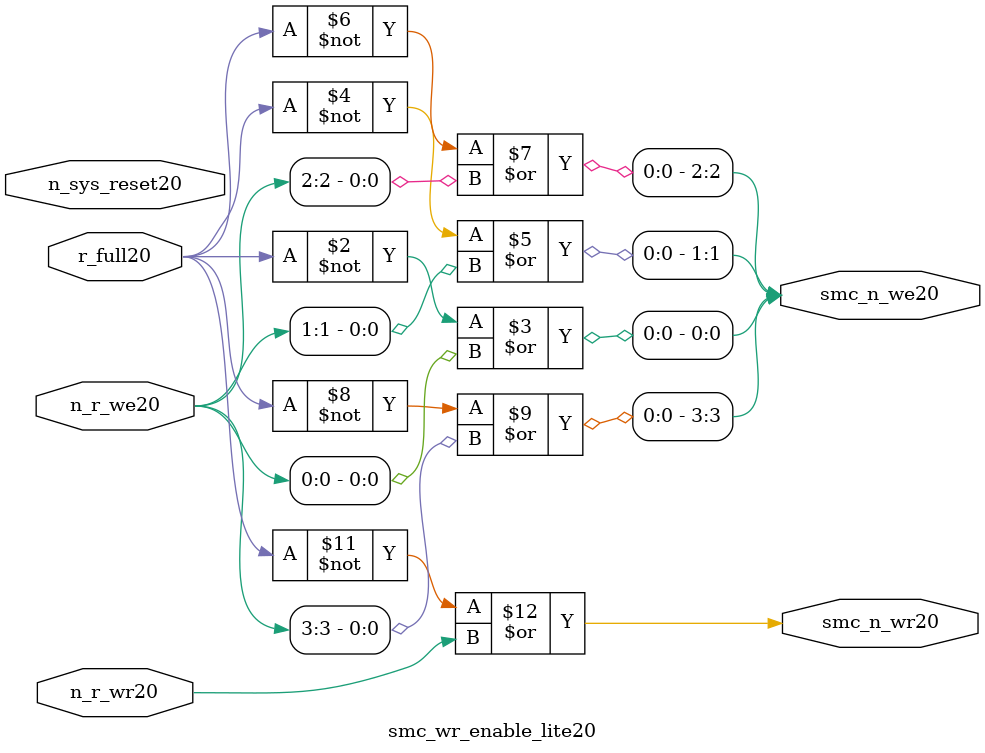
<source format=v>


  module smc_wr_enable_lite20 (

                      //inputs20                      

                      n_sys_reset20,
                      r_full20,
                      n_r_we20,
                      n_r_wr20,

                      //outputs20

                      smc_n_we20,
                      smc_n_wr20);

//I20/O20
   
   input             n_sys_reset20;   //system reset
   input             r_full20;    // Full cycle write strobe20
   input [3:0]       n_r_we20;    //write enable from smc_strobe20
   input             n_r_wr20;    //write strobe20 from smc_strobe20
   output [3:0]      smc_n_we20;  // write enable (active low20)
   output            smc_n_wr20;  // write strobe20 (active low20)
   
   
//output reg declaration20.
   
   reg [3:0]          smc_n_we20;
   reg                smc_n_wr20;

//----------------------------------------------------------------------
// negedge strobes20 with clock20.
//----------------------------------------------------------------------
      

//----------------------------------------------------------------------
      
//--------------------------------------------------------------------
// Gate20 Write strobes20 with clock20.
//--------------------------------------------------------------------

  always @(r_full20 or n_r_we20)
  
  begin
  
     smc_n_we20[0] = ((~r_full20  ) | n_r_we20[0] );

     smc_n_we20[1] = ((~r_full20  ) | n_r_we20[1] );

     smc_n_we20[2] = ((~r_full20  ) | n_r_we20[2] );

     smc_n_we20[3] = ((~r_full20  ) | n_r_we20[3] );

  
  end

//--------------------------------------------------------------------   
//write strobe20 generation20
//--------------------------------------------------------------------   

  always @(n_r_wr20 or r_full20 )
  
     begin
  
        smc_n_wr20 = ((~r_full20 ) | n_r_wr20 );
       
     end

endmodule // smc_wr_enable20


</source>
